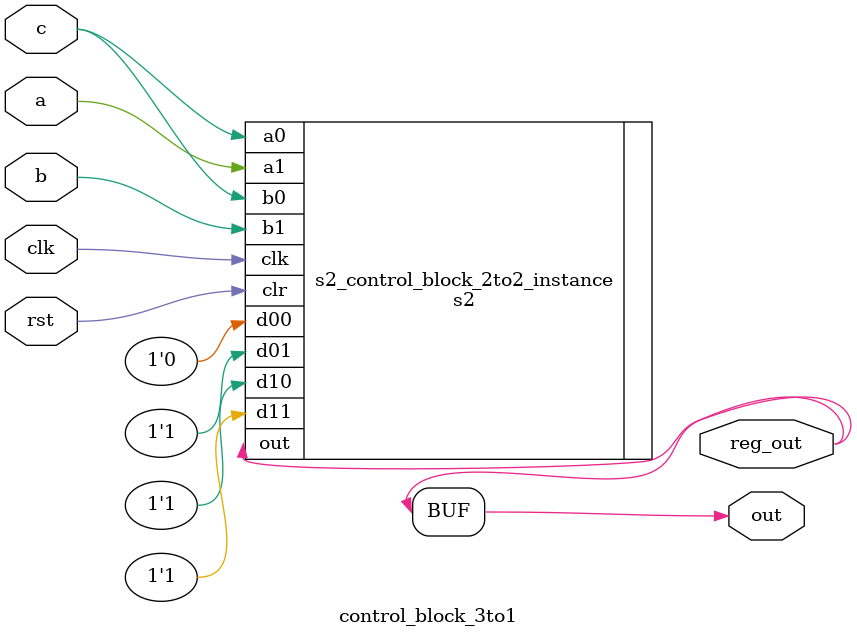
<source format=v>
module control_block_2to2 (
    input clk, rst, 
    input a, b,
    input signal_inp,
    output out, n_out,
    output reg_out
);

    s2 s2_control_block_2to2_instance(.d00(1'b0), .d01(1'bx), .d10(1'b1), .d11(1'bx), .a1(a), .b1(b), .a0(1'b0), .b0(1'b0), .clr(rst), .clk(clk), .out(reg_out));

    my_and my_and_control_block_2to2_instance(.a(signal_inp), .b(reg_out), .out(out));
    first_not_and_2bit first_not_and_control_block_2to2_instance(.a(signal_inp), .b(reg_out), .out(n_out));

    
endmodule


// module control_block_1to3 (
//     input clk, rst, 
//     input a,
//     input signal_inp1, // rzA
//     input signal_inp2,  // rzB
//     output out, n_out, nn_out, 
//     output reg_out
// );

//     s2 s2_control_block_1to3_instance(.d00(1'b0), .d01(1'bx), .d10(1'b1), .d11(1'bx), .a1(a), .b1(a), .a0(1'b0), .b0(1'b0), .clr(rst), .clk(clk), .out(reg_out));

//     my_and my_and_control_block_1to3_instance(.a(signal_inp1), .b(reg_out), .out(out));
//     first_not_and_3bit first_not_and_3bit_control_block_1to3_instance(.a(signal_inp1), .b(signal_inp2), .c(reg_out), .out(n_out));
//     first_two_not_and_3bit first_two_not_and_3bit_control_block_1to3_instance(.a(signal_inp1), .b(signal_inp2), .c(reg_out), .out(nn_out));
    
// endmodule

module control_block_1to3 (
    input clk, rst, 
    input a,
    input signal_inp1, // shDA
    input signal_inp2,  // shDB
    output n_out2, out3, n_out3 ,
    output reg_out
);

    s2 s2_control_block_1to3_instance(.d00(1'b0), .d01(1'bx), .d10(1'b1), .d11(1'bx), .a1(a), .b1(a), .a0(1'b0), .b0(1'b0), .clr(rst), .clk(clk), .out(reg_out));

    first_not_and_2bit first_not_and_2bit_control_block_2to3_instance(.a(signal_inp1), .b(reg_out), .out(n_out2));
    my_and_3bit my_and_3bit_control_block_1to3_instance(.a(signal_inp1), .b(signal_inp2), .c(reg_out), .out(out3));
    first_not_and_3bit first_not_and_3bit_control_block_1to3_instance(.a(signal_inp2), .b(signal_inp1), .c(reg_out), .out(n_out3));
    
endmodule


module control_block_2to3 (
    input clk, rst, 
    input a, b,
    input signal_inp1, // coA
    input signal_inp2,  // rzB
    output n_out2, out3, n_out3 ,
    output reg_out
);

    s2 s2_control_block_1to3_instance(.d00(1'b0), .d01(1'bx), .d10(1'b1), .d11(1'bx), .a1(a), .b1(b), .a0(1'b0), .b0(1'b0), .clr(rst), .clk(clk), .out(reg_out));

    first_not_and_2bit first_not_and_2bit_control_block_2to3_instance(.a(signal_inp1), .b(reg_out), .out(n_out2));
    my_and_3bit my_and_3bit_control_block_1to3_instance(.a(signal_inp1), .b(signal_inp2), .c(reg_out), .out(out3));
    first_not_and_3bit first_not_and_3bit_control_block_1to3_instance(.a(signal_inp2), .b(signal_inp1), .c(reg_out), .out(n_out3));
    
endmodule

module control_block_3to2(
    input clk, rst, 
    input a, b, c,
    input signal_inp,
    output out, n_out, 
    output reg_out
);

    s2 s2_control_block_2to2_instance(.d00(1'b0), .d01(1'b1), .d10(1'b1), .d11(1'b1), .a1(a), .b1(b), .a0(c), .b0(c), .clr(rst), .clk(clk), .out(reg_out));

    my_and my_and_control_block_2to2_instance(.a(signal_inp), .b(reg_out), .out(out));
    first_not_and_2bit first_not_and_control_block_2to2_instance(.a(signal_inp), .b(reg_out), .out(n_out));


endmodule


module control_block_3to1(
    input clk, rst, 
    input a, b, c,
    output out,
    output reg_out
);

    s2 s2_control_block_2to2_instance(.d00(1'b0), .d01(1'b1), .d10(1'b1), .d11(1'b1), .a1(a), .b1(b), .a0(c), .b0(c), .clr(rst), .clk(clk), .out(reg_out));
    assign out = reg_out;


endmodule
</source>
